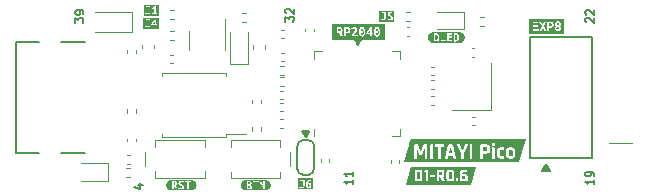
<source format=gbr>
%TF.GenerationSoftware,KiCad,Pcbnew,8.0.4*%
%TF.CreationDate,2024-08-30T00:17:25+05:30*%
%TF.ProjectId,Mitayi-Pico-RP2040,4d697461-7969-42d5-9069-636f2d525032,0.6*%
%TF.SameCoordinates,PX73df160PY5f2d3c0*%
%TF.FileFunction,Legend,Top*%
%TF.FilePolarity,Positive*%
%FSLAX46Y46*%
G04 Gerber Fmt 4.6, Leading zero omitted, Abs format (unit mm)*
G04 Created by KiCad (PCBNEW 8.0.4) date 2024-08-30 00:17:25*
%MOMM*%
%LPD*%
G01*
G04 APERTURE LIST*
%ADD10C,0.150000*%
%ADD11C,0.120000*%
%ADD12C,0.000000*%
G04 APERTURE END LIST*
D10*
X47300000Y15650000D02*
X47300000Y5350000D01*
X42050000Y15650000D02*
X47300000Y15650000D01*
X42050000Y15650000D02*
X42050000Y5350000D01*
X47300000Y5350000D02*
X42050000Y5350000D01*
X3516033Y16833333D02*
X3516033Y17266667D01*
X3516033Y17266667D02*
X3782700Y17033333D01*
X3782700Y17033333D02*
X3782700Y17133333D01*
X3782700Y17133333D02*
X3816033Y17200000D01*
X3816033Y17200000D02*
X3849366Y17233333D01*
X3849366Y17233333D02*
X3916033Y17266667D01*
X3916033Y17266667D02*
X4082700Y17266667D01*
X4082700Y17266667D02*
X4149366Y17233333D01*
X4149366Y17233333D02*
X4182700Y17200000D01*
X4182700Y17200000D02*
X4216033Y17133333D01*
X4216033Y17133333D02*
X4216033Y16933333D01*
X4216033Y16933333D02*
X4182700Y16866667D01*
X4182700Y16866667D02*
X4149366Y16833333D01*
X4216033Y17600000D02*
X4216033Y17733334D01*
X4216033Y17733334D02*
X4182700Y17800000D01*
X4182700Y17800000D02*
X4149366Y17833334D01*
X4149366Y17833334D02*
X4049366Y17900000D01*
X4049366Y17900000D02*
X3916033Y17933334D01*
X3916033Y17933334D02*
X3649366Y17933334D01*
X3649366Y17933334D02*
X3582700Y17900000D01*
X3582700Y17900000D02*
X3549366Y17866667D01*
X3549366Y17866667D02*
X3516033Y17800000D01*
X3516033Y17800000D02*
X3516033Y17666667D01*
X3516033Y17666667D02*
X3549366Y17600000D01*
X3549366Y17600000D02*
X3582700Y17566667D01*
X3582700Y17566667D02*
X3649366Y17533334D01*
X3649366Y17533334D02*
X3816033Y17533334D01*
X3816033Y17533334D02*
X3882700Y17566667D01*
X3882700Y17566667D02*
X3916033Y17600000D01*
X3916033Y17600000D02*
X3949366Y17666667D01*
X3949366Y17666667D02*
X3949366Y17800000D01*
X3949366Y17800000D02*
X3916033Y17866667D01*
X3916033Y17866667D02*
X3882700Y17900000D01*
X3882700Y17900000D02*
X3816033Y17933334D01*
X21316033Y16933333D02*
X21316033Y17366667D01*
X21316033Y17366667D02*
X21582700Y17133333D01*
X21582700Y17133333D02*
X21582700Y17233333D01*
X21582700Y17233333D02*
X21616033Y17300000D01*
X21616033Y17300000D02*
X21649366Y17333333D01*
X21649366Y17333333D02*
X21716033Y17366667D01*
X21716033Y17366667D02*
X21882700Y17366667D01*
X21882700Y17366667D02*
X21949366Y17333333D01*
X21949366Y17333333D02*
X21982700Y17300000D01*
X21982700Y17300000D02*
X22016033Y17233333D01*
X22016033Y17233333D02*
X22016033Y17033333D01*
X22016033Y17033333D02*
X21982700Y16966667D01*
X21982700Y16966667D02*
X21949366Y16933333D01*
X21382700Y17633334D02*
X21349366Y17666667D01*
X21349366Y17666667D02*
X21316033Y17733334D01*
X21316033Y17733334D02*
X21316033Y17900000D01*
X21316033Y17900000D02*
X21349366Y17966667D01*
X21349366Y17966667D02*
X21382700Y18000000D01*
X21382700Y18000000D02*
X21449366Y18033334D01*
X21449366Y18033334D02*
X21516033Y18033334D01*
X21516033Y18033334D02*
X21616033Y18000000D01*
X21616033Y18000000D02*
X22016033Y17600000D01*
X22016033Y17600000D02*
X22016033Y18033334D01*
X43045238Y4340867D02*
X43045238Y4302772D01*
X43083333Y4417058D02*
X43083333Y4302772D01*
X43121428Y4493248D02*
X43121428Y4302772D01*
X43159523Y4569439D02*
X43159523Y4302772D01*
X43197618Y4607534D02*
X43197618Y4302772D01*
X43235714Y4683724D02*
X43235714Y4302772D01*
X43273809Y4759915D02*
X43273809Y4302772D01*
X43311904Y4836105D02*
X43311904Y4302772D01*
X43349999Y4912296D02*
X43349999Y4302772D01*
X43388095Y4836105D02*
X43388095Y4302772D01*
X43426190Y4759915D02*
X43426190Y4302772D01*
X43464285Y4683724D02*
X43464285Y4302772D01*
X43502380Y4607534D02*
X43502380Y4302772D01*
X43540476Y4569439D02*
X43540476Y4302772D01*
X43578571Y4493248D02*
X43578571Y4302772D01*
X43616666Y4417058D02*
X43616666Y4302772D01*
X43654761Y4302772D02*
X43349999Y4874200D01*
X43349999Y4874200D02*
X43045238Y4302772D01*
X43654761Y4340867D02*
X43654761Y4302772D01*
X43349999Y4912296D02*
X43692857Y4302772D01*
X43692857Y4302772D02*
X43007142Y4302772D01*
X43007142Y4302772D02*
X43349999Y4912296D01*
X27016033Y3566667D02*
X27016033Y3166667D01*
X27016033Y3366667D02*
X26316033Y3366667D01*
X26316033Y3366667D02*
X26416033Y3300000D01*
X26416033Y3300000D02*
X26482700Y3233333D01*
X26482700Y3233333D02*
X26516033Y3166667D01*
X27016033Y4233334D02*
X27016033Y3833334D01*
X27016033Y4033334D02*
X26316033Y4033334D01*
X26316033Y4033334D02*
X26416033Y3966667D01*
X26416033Y3966667D02*
X26482700Y3900000D01*
X26482700Y3900000D02*
X26516033Y3833334D01*
X46782700Y16866667D02*
X46749366Y16900000D01*
X46749366Y16900000D02*
X46716033Y16966667D01*
X46716033Y16966667D02*
X46716033Y17133333D01*
X46716033Y17133333D02*
X46749366Y17200000D01*
X46749366Y17200000D02*
X46782700Y17233333D01*
X46782700Y17233333D02*
X46849366Y17266667D01*
X46849366Y17266667D02*
X46916033Y17266667D01*
X46916033Y17266667D02*
X47016033Y17233333D01*
X47016033Y17233333D02*
X47416033Y16833333D01*
X47416033Y16833333D02*
X47416033Y17266667D01*
X46782700Y17533334D02*
X46749366Y17566667D01*
X46749366Y17566667D02*
X46716033Y17633334D01*
X46716033Y17633334D02*
X46716033Y17800000D01*
X46716033Y17800000D02*
X46749366Y17866667D01*
X46749366Y17866667D02*
X46782700Y17900000D01*
X46782700Y17900000D02*
X46849366Y17933334D01*
X46849366Y17933334D02*
X46916033Y17933334D01*
X46916033Y17933334D02*
X47016033Y17900000D01*
X47016033Y17900000D02*
X47416033Y17500000D01*
X47416033Y17500000D02*
X47416033Y17933334D01*
X8799366Y3133334D02*
X9266033Y3133334D01*
X8532700Y2966667D02*
X9032700Y2800001D01*
X9032700Y2800001D02*
X9032700Y3233334D01*
X47416033Y3566667D02*
X47416033Y3166667D01*
X47416033Y3366667D02*
X46716033Y3366667D01*
X46716033Y3366667D02*
X46816033Y3300000D01*
X46816033Y3300000D02*
X46882700Y3233333D01*
X46882700Y3233333D02*
X46916033Y3166667D01*
X47416033Y3900000D02*
X47416033Y4033334D01*
X47416033Y4033334D02*
X47382700Y4100000D01*
X47382700Y4100000D02*
X47349366Y4133334D01*
X47349366Y4133334D02*
X47249366Y4200000D01*
X47249366Y4200000D02*
X47116033Y4233334D01*
X47116033Y4233334D02*
X46849366Y4233334D01*
X46849366Y4233334D02*
X46782700Y4200000D01*
X46782700Y4200000D02*
X46749366Y4166667D01*
X46749366Y4166667D02*
X46716033Y4100000D01*
X46716033Y4100000D02*
X46716033Y3966667D01*
X46716033Y3966667D02*
X46749366Y3900000D01*
X46749366Y3900000D02*
X46782700Y3866667D01*
X46782700Y3866667D02*
X46849366Y3833334D01*
X46849366Y3833334D02*
X47016033Y3833334D01*
X47016033Y3833334D02*
X47082700Y3866667D01*
X47082700Y3866667D02*
X47116033Y3900000D01*
X47116033Y3900000D02*
X47149366Y3966667D01*
X47149366Y3966667D02*
X47149366Y4100000D01*
X47149366Y4100000D02*
X47116033Y4166667D01*
X47116033Y4166667D02*
X47082700Y4200000D01*
X47082700Y4200000D02*
X47016033Y4233334D01*
X23316667Y7633967D02*
X23316667Y7667300D01*
X23283333Y7567300D02*
X23283333Y7667300D01*
X23250000Y7500634D02*
X23250000Y7667300D01*
X23216667Y7433967D02*
X23216667Y7667300D01*
X23183333Y7400634D02*
X23183333Y7667300D01*
X23150000Y7333967D02*
X23150000Y7667300D01*
X23116667Y7267300D02*
X23116667Y7667300D01*
X23083333Y7200634D02*
X23083333Y7667300D01*
X23050000Y7133967D02*
X23050000Y7667300D01*
X23016667Y7200634D02*
X23016667Y7667300D01*
X22983333Y7267300D02*
X22983333Y7667300D01*
X22950000Y7333967D02*
X22950000Y7667300D01*
X22916667Y7400634D02*
X22916667Y7667300D01*
X22883333Y7433967D02*
X22883333Y7667300D01*
X22850000Y7500634D02*
X22850000Y7667300D01*
X22816667Y7567300D02*
X22816667Y7667300D01*
X22783333Y7667300D02*
X23050000Y7167300D01*
X23050000Y7167300D02*
X23316667Y7667300D01*
X22783333Y7633967D02*
X22783333Y7667300D01*
X23050000Y7133967D02*
X22750000Y7667300D01*
X22750000Y7667300D02*
X23350000Y7667300D01*
X23350000Y7667300D02*
X23050000Y7133967D01*
X27754762Y15559134D02*
X27754762Y15597229D01*
X27716666Y15482943D02*
X27716666Y15597229D01*
X27678571Y15406753D02*
X27678571Y15597229D01*
X27640476Y15330562D02*
X27640476Y15597229D01*
X27602381Y15292467D02*
X27602381Y15597229D01*
X27564285Y15216277D02*
X27564285Y15597229D01*
X27526190Y15140086D02*
X27526190Y15597229D01*
X27488095Y15063896D02*
X27488095Y15597229D01*
X27450000Y14987705D02*
X27450000Y15597229D01*
X27411904Y15063896D02*
X27411904Y15597229D01*
X27373809Y15140086D02*
X27373809Y15597229D01*
X27335714Y15216277D02*
X27335714Y15597229D01*
X27297619Y15292467D02*
X27297619Y15597229D01*
X27259523Y15330562D02*
X27259523Y15597229D01*
X27221428Y15406753D02*
X27221428Y15597229D01*
X27183333Y15482943D02*
X27183333Y15597229D01*
X27145238Y15597229D02*
X27450000Y15025800D01*
X27450000Y15025800D02*
X27754762Y15597229D01*
X27145238Y15559134D02*
X27145238Y15597229D01*
X27450000Y14987705D02*
X27107142Y15597229D01*
X27107142Y15597229D02*
X27792857Y15597229D01*
X27792857Y15597229D02*
X27450000Y14987705D01*
D11*
X31542379Y17780000D02*
X31877621Y17780000D01*
X31542379Y17020000D02*
X31877621Y17020000D01*
D12*
G36*
X23318651Y3180692D02*
G01*
X23350599Y3159439D01*
X23373936Y3078874D01*
X23368935Y3039980D01*
X23353377Y3003309D01*
X23326152Y2975528D01*
X23286147Y2964415D01*
X23237807Y2978306D01*
X23207248Y3015532D01*
X23191691Y3068317D01*
X23187246Y3129991D01*
X23187801Y3151105D01*
X23189468Y3171107D01*
X23226139Y3183331D01*
X23269478Y3187776D01*
X23318651Y3180692D01*
G37*
G36*
X23646192Y2730867D02*
G01*
X23507286Y2730867D01*
X23289481Y2730867D01*
X22688294Y2730867D01*
X22492714Y2730867D01*
X22353808Y2730867D01*
X22353808Y2907741D01*
X22492714Y2907741D01*
X22571613Y2864402D01*
X22624120Y2851067D01*
X22688294Y2846622D01*
X22749969Y2851484D01*
X22801642Y2866069D01*
X22844008Y2888989D01*
X22877762Y2918854D01*
X22919990Y2996641D01*
X22929575Y3042480D01*
X22932769Y3091097D01*
X22932769Y3142215D01*
X23052784Y3142215D01*
X23059514Y3049673D01*
X23079701Y2975034D01*
X23113347Y2918298D01*
X23159835Y2878478D01*
X23218546Y2854586D01*
X23289481Y2846622D01*
X23342265Y2852040D01*
X23387271Y2868292D01*
X23455057Y2924410D01*
X23494506Y2999975D01*
X23507286Y3081096D01*
X23495617Y3165551D01*
X23457279Y3235560D01*
X23388937Y3283344D01*
X23342682Y3296679D01*
X23287258Y3301124D01*
X23251698Y3296123D01*
X23210582Y3282232D01*
X23248920Y3354464D01*
X23310594Y3401692D01*
X23388382Y3427806D01*
X23475059Y3436696D01*
X23467281Y3553378D01*
X23378103Y3546710D01*
X23297259Y3526708D01*
X23226139Y3493648D01*
X23166132Y3447809D01*
X23117931Y3389468D01*
X23082232Y3318904D01*
X23060146Y3236393D01*
X23052784Y3142215D01*
X22932769Y3142215D01*
X22932769Y3548933D01*
X22564946Y3548933D01*
X22564946Y3435585D01*
X22794974Y3435585D01*
X22794974Y3098876D01*
X22786779Y3034285D01*
X22762192Y2993863D01*
X22724271Y2972610D01*
X22676071Y2965526D01*
X22606617Y2982195D01*
X22544943Y3016644D01*
X22492714Y2907741D01*
X22353808Y2907741D01*
X22353808Y3669133D01*
X22492714Y3669133D01*
X23507286Y3669133D01*
X23646192Y3669133D01*
X23646192Y2730867D01*
G37*
D11*
X34150000Y16295000D02*
X36435000Y16295000D01*
X36435000Y17765000D02*
X34150000Y17765000D01*
X36435000Y16295000D02*
X36435000Y17765000D01*
X37327836Y8870000D02*
X37112164Y8870000D01*
X37327836Y8150000D02*
X37112164Y8150000D01*
D12*
G36*
X35439969Y5778849D02*
G01*
X35163764Y5778849D01*
X35298134Y6318196D01*
X35305599Y6318196D01*
X35439969Y5778849D01*
G37*
G36*
X38355054Y6313530D02*
G01*
X38379316Y6228616D01*
X38379316Y6071851D01*
X38355054Y5988802D01*
X38271073Y5963608D01*
X38073250Y5963608D01*
X38052722Y5984137D01*
X38052722Y6318196D01*
X38073250Y6338725D01*
X38271073Y6338725D01*
X38355054Y6313530D01*
G37*
G36*
X40518974Y6068118D02*
G01*
X40544168Y5984137D01*
X40544168Y5655677D01*
X40518974Y5571695D01*
X40434059Y5547434D01*
X40338880Y5547434D01*
X40254899Y5571695D01*
X40230638Y5655677D01*
X40230638Y5984137D01*
X40254899Y6068118D01*
X40338880Y6092379D01*
X40434059Y6092379D01*
X40518974Y6068118D01*
G37*
G36*
X41088491Y5032970D02*
G01*
X40777449Y5032970D01*
X40469518Y5032970D01*
X39814463Y5032970D01*
X38995179Y5032970D01*
X38013530Y5032970D01*
X37113997Y5032970D01*
X36382426Y5032970D01*
X35027527Y5032970D01*
X34447123Y5032970D01*
X33784603Y5032970D01*
X33295645Y5032970D01*
X32222551Y5032970D01*
X31911509Y5032970D01*
X31331291Y5032970D01*
X31772846Y6504821D01*
X32222551Y6504821D01*
X32222551Y5383204D01*
X32261742Y5344012D01*
X32414774Y5344012D01*
X32446501Y5352411D01*
X32453966Y5383204D01*
X32453966Y6269673D01*
X32461431Y6269673D01*
X32655521Y5642613D01*
X32702177Y5605288D01*
X32858942Y5605288D01*
X32905599Y5642613D01*
X33095956Y6267807D01*
X33103421Y6267807D01*
X33103421Y5383204D01*
X33142613Y5344012D01*
X33295645Y5344012D01*
X33334837Y5383204D01*
X33334837Y6504821D01*
X33586781Y6504821D01*
X33586781Y5383204D01*
X33625972Y5344012D01*
X33784603Y5344012D01*
X33823795Y5383204D01*
X33823795Y6504821D01*
X33976827Y6504821D01*
X33976827Y6377916D01*
X34016019Y6338725D01*
X34228771Y6338725D01*
X34249300Y6318196D01*
X34249300Y5383204D01*
X34290358Y5344012D01*
X34447123Y5344012D01*
X34486314Y5383204D01*
X34825972Y5383204D01*
X34848367Y5344012D01*
X35027527Y5344012D01*
X35054588Y5352411D01*
X35066719Y5383204D01*
X35118974Y5588491D01*
X35482893Y5588491D01*
X35535148Y5383204D01*
X35546345Y5352411D01*
X35574339Y5344012D01*
X35753499Y5344012D01*
X35775894Y5383204D01*
X35481517Y6502955D01*
X35843079Y6502955D01*
X36184603Y5782582D01*
X36184603Y5383204D01*
X36223795Y5344012D01*
X36382426Y5344012D01*
X36421617Y5383204D01*
X36421617Y5782582D01*
X36763142Y6502955D01*
X36763200Y6504821D01*
X36916174Y6504821D01*
X36916174Y5383204D01*
X36955365Y5344012D01*
X37113997Y5344012D01*
X37153188Y5383204D01*
X37153188Y6504821D01*
X37815708Y6504821D01*
X37815708Y5383204D01*
X37854899Y5344012D01*
X38013530Y5344012D01*
X38052722Y5383204D01*
X38052722Y5735925D01*
X38075117Y5756454D01*
X38310264Y5756454D01*
X38439502Y5776283D01*
X38536081Y5835770D01*
X38596267Y5931649D01*
X38616330Y6060653D01*
X38616330Y6239813D01*
X38613718Y6256610D01*
X38795490Y6256610D01*
X38795490Y5383204D01*
X38834681Y5344012D01*
X38995179Y5344012D01*
X39024106Y5351477D01*
X39032504Y5383204D01*
X39032504Y5991602D01*
X39228460Y5991602D01*
X39228460Y5648212D01*
X39248523Y5518040D01*
X39308709Y5422395D01*
X39405754Y5363608D01*
X39536392Y5344012D01*
X39814463Y5344012D01*
X39845257Y5352411D01*
X39853655Y5381337D01*
X39853655Y5510109D01*
X39814463Y5549300D01*
X39573717Y5549300D01*
X39490669Y5574495D01*
X39465474Y5659409D01*
X39465474Y5980404D01*
X39468797Y5991602D01*
X39995490Y5991602D01*
X39995490Y5648212D01*
X40015552Y5518040D01*
X40075739Y5422395D01*
X40172784Y5363608D01*
X40303421Y5344012D01*
X40469518Y5344012D01*
X40598989Y5363841D01*
X40696267Y5423328D01*
X40757154Y5519207D01*
X40777449Y5648212D01*
X40777449Y5991602D01*
X40757154Y6120607D01*
X40696267Y6216485D01*
X40598989Y6275972D01*
X40469518Y6295801D01*
X40303421Y6295801D01*
X40172784Y6276205D01*
X40075739Y6217418D01*
X40015552Y6121773D01*
X39995490Y5991602D01*
X39468797Y5991602D01*
X39490669Y6065319D01*
X39573717Y6090513D01*
X39814463Y6090513D01*
X39845257Y6098911D01*
X39853655Y6127838D01*
X39853655Y6256610D01*
X39814463Y6295801D01*
X39536392Y6295801D01*
X39405754Y6276205D01*
X39308709Y6217418D01*
X39248523Y6121773D01*
X39228460Y5991602D01*
X39032504Y5991602D01*
X39032504Y6256610D01*
X38995179Y6293935D01*
X38993313Y6295801D01*
X38832815Y6295801D01*
X38795490Y6256610D01*
X38613718Y6256610D01*
X38596267Y6368818D01*
X38536081Y6464697D01*
X38439502Y6524184D01*
X38310264Y6544012D01*
X37854899Y6544012D01*
X37815708Y6504821D01*
X37153188Y6504821D01*
X37113997Y6544012D01*
X36955365Y6544012D01*
X36916174Y6504821D01*
X36763200Y6504821D01*
X36764075Y6532815D01*
X36737014Y6544012D01*
X36539191Y6544012D01*
X36494401Y6504821D01*
X36311509Y6051322D01*
X36298445Y6051322D01*
X36111820Y6504821D01*
X36067030Y6544012D01*
X35869207Y6544012D01*
X35844012Y6531882D01*
X35843079Y6502955D01*
X35481517Y6502955D01*
X35481026Y6504821D01*
X35425039Y6544012D01*
X35176827Y6544012D01*
X35120840Y6504821D01*
X34825972Y5383204D01*
X34486314Y5383204D01*
X34486314Y6318196D01*
X34508709Y6338725D01*
X34721462Y6338725D01*
X34760653Y6377916D01*
X34760653Y6504821D01*
X34721462Y6544012D01*
X34016019Y6544012D01*
X33976827Y6504821D01*
X33823795Y6504821D01*
X33784603Y6544012D01*
X33625972Y6544012D01*
X33586781Y6504821D01*
X33334837Y6504821D01*
X33295645Y6544012D01*
X33019440Y6544012D01*
X32983981Y6517885D01*
X32784292Y5859098D01*
X32773095Y5859098D01*
X32575272Y6517885D01*
X32539813Y6544012D01*
X32261742Y6544012D01*
X32222551Y6504821D01*
X31772846Y6504821D01*
X31806999Y6618663D01*
X38795490Y6618663D01*
X38795490Y6456299D01*
X38832815Y6418974D01*
X38995179Y6418974D01*
X39032504Y6456299D01*
X39032504Y6620529D01*
X38995179Y6655988D01*
X38832815Y6655988D01*
X38795490Y6618663D01*
X31806999Y6618663D01*
X31911509Y6967030D01*
X32222551Y6967030D01*
X40777449Y6967030D01*
X41088491Y6967030D01*
X41668709Y6967030D01*
X41088491Y5032970D01*
G37*
D11*
X24310000Y5297836D02*
X24310000Y5082164D01*
X25030000Y5297836D02*
X25030000Y5082164D01*
D12*
G36*
X18317162Y3036103D02*
G01*
X18348833Y2964427D01*
X18337720Y2914977D01*
X18309383Y2884973D01*
X18269934Y2870527D01*
X18224373Y2866638D01*
X18190479Y2867749D01*
X18158809Y2871083D01*
X18158809Y3057773D01*
X18232151Y3057773D01*
X18317162Y3036103D01*
G37*
G36*
X18257710Y3330584D02*
G01*
X18288825Y3319472D01*
X18309939Y3296136D01*
X18317718Y3256686D01*
X18291048Y3193901D01*
X18212149Y3171120D01*
X18158809Y3171120D01*
X18158809Y3328917D01*
X18188813Y3332251D01*
X18221039Y3333362D01*
X18257710Y3330584D01*
G37*
G36*
X19710967Y3536322D02*
G01*
X19794422Y3511007D01*
X19871334Y3469896D01*
X19938748Y3414571D01*
X19994073Y3347157D01*
X20035184Y3270245D01*
X20060499Y3186790D01*
X20069047Y3100000D01*
X20060499Y3013210D01*
X20035184Y2929755D01*
X19994073Y2852843D01*
X19938748Y2785429D01*
X19871334Y2730104D01*
X19794422Y2688993D01*
X19710967Y2663678D01*
X19624177Y2655130D01*
X19577875Y2655130D01*
X19467861Y2655130D01*
X18864453Y2655130D01*
X18213260Y2655130D01*
X18022125Y2655130D01*
X17975823Y2655130D01*
X17889033Y2663678D01*
X17805578Y2688993D01*
X17728666Y2730104D01*
X17661252Y2785429D01*
X17605927Y2852843D01*
X17564816Y2929755D01*
X17539501Y3013210D01*
X17530953Y3100000D01*
X17539501Y3186790D01*
X17564816Y3270245D01*
X17605927Y3347157D01*
X17661252Y3414571D01*
X17686874Y3435598D01*
X18022125Y3435598D01*
X18022125Y2767736D01*
X18070187Y2758985D01*
X18118804Y2752734D01*
X18166865Y2748984D01*
X18213260Y2747734D01*
X18268128Y2750373D01*
X18319384Y2758291D01*
X18365501Y2772459D01*
X18404951Y2793851D01*
X18462180Y2860526D01*
X18478015Y2907337D01*
X18483294Y2964427D01*
X18477043Y3011100D01*
X18458291Y3055550D01*
X18422036Y3094444D01*
X18363279Y3124447D01*
X18427176Y3184455D01*
X18445095Y3225016D01*
X18451068Y3271133D01*
X18441756Y3331140D01*
X18545524Y3331140D01*
X18726658Y3331140D01*
X18726658Y2756624D01*
X18864453Y2756624D01*
X19124485Y2756624D01*
X19247834Y2756624D01*
X19247834Y3213348D01*
X19289135Y3137103D01*
X19328585Y3060983D01*
X19366182Y2984986D01*
X19401927Y2908988D01*
X19435820Y2832868D01*
X19467861Y2756624D01*
X19577875Y2756624D01*
X19577875Y3444488D01*
X19454526Y3444488D01*
X19454526Y3021101D01*
X19434940Y3064440D01*
X19411743Y3114446D01*
X19385629Y3168620D01*
X19357292Y3224460D01*
X19327427Y3281273D01*
X19296729Y3338363D01*
X19265614Y3393509D01*
X19234499Y3444488D01*
X19124485Y3444488D01*
X19124485Y2756624D01*
X18864453Y2756624D01*
X18864453Y3331140D01*
X19045586Y3331140D01*
X19045586Y3444488D01*
X18545524Y3444488D01*
X18545524Y3331140D01*
X18441756Y3331140D01*
X18441066Y3335585D01*
X18403284Y3393926D01*
X18326608Y3436153D01*
X18270489Y3448238D01*
X18199925Y3452266D01*
X18107691Y3447266D01*
X18022125Y3435598D01*
X17686874Y3435598D01*
X17728666Y3469896D01*
X17805578Y3511007D01*
X17889033Y3536322D01*
X17975823Y3544870D01*
X18022125Y3544870D01*
X19577875Y3544870D01*
X19624177Y3544870D01*
X19710967Y3536322D01*
G37*
D11*
X9200000Y14950580D02*
X9200000Y14669420D01*
X10220000Y14950580D02*
X10220000Y14669420D01*
X30240000Y5187836D02*
X30240000Y4972164D01*
X30960000Y5187836D02*
X30960000Y4972164D01*
X21177836Y16265000D02*
X20962164Y16265000D01*
X21177836Y15545000D02*
X20962164Y15545000D01*
D12*
G36*
X44457745Y16809080D02*
G01*
X44487590Y16742405D01*
X44471080Y16674460D01*
X44415200Y16610325D01*
X44352653Y16640170D01*
X44312330Y16668745D01*
X44283120Y16741135D01*
X44314235Y16808445D01*
X44385990Y16831305D01*
X44457745Y16809080D01*
G37*
G36*
X44415200Y16472530D02*
G01*
X44469175Y16440780D01*
X44499655Y16405855D01*
X44509180Y16361405D01*
X44475525Y16296000D01*
X44384720Y16268695D01*
X44298995Y16294730D01*
X44262800Y16371565D01*
X44281850Y16440780D01*
X44336460Y16506185D01*
X44415200Y16472530D01*
G37*
G36*
X43791789Y16807651D02*
G01*
X43835445Y16786220D01*
X43863544Y16747644D01*
X43872910Y16689065D01*
X43863385Y16627311D01*
X43834810Y16586830D01*
X43787503Y16564446D01*
X43721780Y16556985D01*
X43658280Y16556985D01*
X43658280Y16810985D01*
X43697015Y16814160D01*
X43735750Y16814795D01*
X43791789Y16807651D01*
G37*
G36*
X42243500Y17172512D02*
G01*
X44656500Y17172512D01*
X44921083Y17172512D01*
X44921083Y15927488D01*
X44656500Y15927488D01*
X42243500Y15927488D01*
X41978917Y15927488D01*
X41978917Y16155665D01*
X42243500Y16155665D01*
X42747690Y16155665D01*
X42812460Y16155665D01*
X42981370Y16155665D01*
X43010580Y16224404D01*
X43044870Y16301080D01*
X43081700Y16380296D01*
X43118530Y16456655D01*
X43155836Y16377915D01*
X43191555Y16299175D01*
X43223781Y16223927D01*
X43250610Y16155665D01*
X43419520Y16155665D01*
X43385230Y16238850D01*
X43361894Y16289650D01*
X43335065Y16344260D01*
X43305379Y16401569D01*
X43273470Y16460465D01*
X43240132Y16518885D01*
X43206160Y16574765D01*
X43401265Y16931635D01*
X43502070Y16931635D01*
X43502070Y16155665D01*
X43658280Y16155665D01*
X43658280Y16352515D01*
X44116750Y16352515D01*
X44135800Y16262980D01*
X44189775Y16195670D01*
X44273595Y16153760D01*
X44325189Y16142806D01*
X44382180Y16139155D01*
X44452348Y16144235D01*
X44510450Y16159475D01*
X44594905Y16210910D01*
X44641895Y16281395D01*
X44656500Y16358865D01*
X44649039Y16416015D01*
X44626655Y16468085D01*
X44586174Y16515710D01*
X44524420Y16559525D01*
X44573950Y16599371D01*
X44608240Y16647790D01*
X44628243Y16700971D01*
X44634910Y16755105D01*
X44618241Y16839560D01*
X44568235Y16904965D01*
X44489971Y16946875D01*
X44388530Y16960845D01*
X44323125Y16955448D01*
X44269150Y16939255D01*
X44191680Y16884645D01*
X44149135Y16810350D01*
X44135800Y16730975D01*
X44156120Y16639535D01*
X44185330Y16597625D01*
X44232320Y16558255D01*
X44180568Y16514599D01*
X44144690Y16464910D01*
X44123735Y16410459D01*
X44116750Y16352515D01*
X43658280Y16352515D01*
X43658280Y16421095D01*
X43714160Y16421095D01*
X43808069Y16428080D01*
X43886598Y16449035D01*
X43949745Y16483960D01*
X43995959Y16534548D01*
X44023687Y16602493D01*
X44032930Y16687795D01*
X44023758Y16772250D01*
X43996241Y16839348D01*
X43950380Y16889090D01*
X43887868Y16923309D01*
X43810398Y16943841D01*
X43717970Y16950685D01*
X43668440Y16949415D01*
X43611290Y16946240D01*
X43553505Y16940525D01*
X43502070Y16931635D01*
X43401265Y16931635D01*
X43406820Y16941795D01*
X43249340Y16941795D01*
X43118530Y16690335D01*
X42994070Y16941795D01*
X42825160Y16941795D01*
X43030900Y16570955D01*
X42999785Y16515234D01*
X42967400Y16457290D01*
X42935174Y16399029D01*
X42904535Y16342355D01*
X42875960Y16288380D01*
X42849925Y16238215D01*
X42812460Y16155665D01*
X42747690Y16155665D01*
X42747690Y16285205D01*
X42399710Y16285205D01*
X42399710Y16506185D01*
X42677840Y16506185D01*
X42677840Y16635725D01*
X42399710Y16635725D01*
X42399710Y16812255D01*
X42719750Y16812255D01*
X42719750Y16941795D01*
X42243500Y16941795D01*
X42243500Y16155665D01*
X41978917Y16155665D01*
X41978917Y17172512D01*
X42243500Y17172512D01*
G37*
G36*
X28484885Y15994990D02*
G01*
X28307085Y15994990D01*
X28345185Y16067380D01*
X28390270Y16140405D01*
X28437895Y16209620D01*
X28484885Y16271850D01*
X28484885Y15994990D01*
G37*
G36*
X25910912Y16333128D02*
G01*
X25955045Y16311220D01*
X25983620Y16273755D01*
X25993145Y16219780D01*
X25957585Y16131515D01*
X25910912Y16108179D01*
X25842015Y16100400D01*
X25807725Y16100400D01*
X25807725Y16336620D01*
X25833125Y16339795D01*
X25854715Y16340430D01*
X25910912Y16333128D01*
G37*
G36*
X26576234Y16333286D02*
G01*
X26619890Y16311855D01*
X26647989Y16273279D01*
X26657355Y16214700D01*
X26647830Y16152946D01*
X26619255Y16112465D01*
X26571947Y16090081D01*
X26506225Y16082620D01*
X26442725Y16082620D01*
X26442725Y16336620D01*
X26481460Y16339795D01*
X26520195Y16340430D01*
X26576234Y16333286D01*
G37*
G36*
X27862426Y16334239D02*
G01*
X27903860Y16281375D01*
X27922557Y16227259D01*
X27933776Y16158891D01*
X27937515Y16076270D01*
X27933776Y15992944D01*
X27922557Y15924152D01*
X27903860Y15869895D01*
X27862426Y15817031D01*
X27805435Y15799410D01*
X27749238Y15817031D01*
X27707645Y15869895D01*
X27688595Y15924152D01*
X27677165Y15992944D01*
X27673355Y16076270D01*
X27673941Y16088970D01*
X27735585Y16088970D01*
X27754635Y16029915D01*
X27806705Y16005150D01*
X27856870Y16029915D01*
X27876555Y16088970D01*
X27856870Y16148660D01*
X27806705Y16174060D01*
X27754635Y16148660D01*
X27735585Y16088970D01*
X27673941Y16088970D01*
X27677165Y16158891D01*
X27688595Y16227259D01*
X27707645Y16281375D01*
X27749238Y16334239D01*
X27805435Y16351860D01*
X27862426Y16334239D01*
G37*
G36*
X29132426Y16334239D02*
G01*
X29173860Y16281375D01*
X29192557Y16227259D01*
X29203776Y16158891D01*
X29207515Y16076270D01*
X29203776Y15992944D01*
X29192557Y15924152D01*
X29173860Y15869895D01*
X29132426Y15817031D01*
X29075435Y15799410D01*
X29019238Y15817031D01*
X28977645Y15869895D01*
X28958595Y15924152D01*
X28947165Y15992944D01*
X28943355Y16076270D01*
X28943941Y16088970D01*
X29005585Y16088970D01*
X29024635Y16029915D01*
X29076705Y16005150D01*
X29126870Y16029915D01*
X29146555Y16088970D01*
X29126870Y16148660D01*
X29076705Y16174060D01*
X29024635Y16148660D01*
X29005585Y16088970D01*
X28943941Y16088970D01*
X28947165Y16158891D01*
X28958595Y16227259D01*
X28977645Y16281375D01*
X29019238Y16334239D01*
X29075435Y16351860D01*
X29132426Y16334239D01*
G37*
G36*
X25651515Y16749793D02*
G01*
X29348485Y16749793D01*
X29771818Y16749793D01*
X29771818Y15400207D01*
X29348485Y15400207D01*
X25651515Y15400207D01*
X25228182Y15400207D01*
X25228182Y16456000D01*
X25651515Y16456000D01*
X25651515Y15681300D01*
X25807725Y15681300D01*
X25807725Y15970860D01*
X25889005Y15970860D01*
X25932026Y15898946D01*
X25972190Y15827985D01*
X26008544Y15756071D01*
X26040135Y15681300D01*
X26203965Y15681300D01*
X26167770Y15764485D01*
X26123955Y15852115D01*
X26076965Y15935935D01*
X26031245Y16008960D01*
X26086807Y16044837D01*
X26123955Y16094050D01*
X26144910Y16153105D01*
X26151895Y16218510D01*
X26146656Y16280264D01*
X26130940Y16333445D01*
X26070615Y16414090D01*
X26027435Y16441713D01*
X25986629Y16457270D01*
X26286515Y16457270D01*
X26286515Y15681300D01*
X26442725Y15681300D01*
X26442725Y15946730D01*
X26498605Y15946730D01*
X26592514Y15953715D01*
X26671043Y15974670D01*
X26734190Y16009595D01*
X26780404Y16060183D01*
X26808132Y16128128D01*
X26817375Y16213430D01*
X26808203Y16297885D01*
X26780686Y16364983D01*
X26765854Y16381070D01*
X26907545Y16381070D01*
X26985015Y16271850D01*
X27065025Y16331540D01*
X27142495Y16349320D01*
X27216155Y16323285D01*
X27245365Y16248990D01*
X27221870Y16181680D01*
X27162180Y16113100D01*
X27124715Y16076746D01*
X27084710Y16038805D01*
X27044705Y15998482D01*
X27007240Y15954985D01*
X26974220Y15907836D01*
X26947550Y15856560D01*
X26929929Y15800680D01*
X26924055Y15739720D01*
X26923420Y15713050D01*
X26926595Y15681300D01*
X27439675Y15681300D01*
X27439675Y15810840D01*
X27101855Y15810840D01*
X27115190Y15852750D01*
X27147575Y15897835D01*
X27188215Y15941015D01*
X27226315Y15977210D01*
X27291085Y16040710D01*
X27320718Y16076270D01*
X27532385Y16076270D01*
X27536751Y15978797D01*
X27549848Y15894660D01*
X27571676Y15823857D01*
X27602235Y15766390D01*
X27655857Y15709946D01*
X27723591Y15676079D01*
X27805435Y15664790D01*
X27887279Y15676079D01*
X27955013Y15709946D01*
X28008635Y15766390D01*
X28039194Y15823857D01*
X28061023Y15894660D01*
X28074119Y15978797D01*
X28074219Y15981020D01*
X28157225Y15981020D01*
X28157225Y15866720D01*
X28484885Y15866720D01*
X28484885Y15681300D01*
X28641095Y15681300D01*
X28641095Y15866720D01*
X28726185Y15866720D01*
X28726185Y15994990D01*
X28641095Y15994990D01*
X28641095Y16076270D01*
X28802385Y16076270D01*
X28806751Y15978797D01*
X28819848Y15894660D01*
X28841676Y15823857D01*
X28872235Y15766390D01*
X28925857Y15709946D01*
X28993591Y15676079D01*
X29075435Y15664790D01*
X29157279Y15676079D01*
X29225013Y15709946D01*
X29278635Y15766390D01*
X29309194Y15823857D01*
X29331023Y15894660D01*
X29344119Y15978797D01*
X29348485Y16076270D01*
X29344119Y16173147D01*
X29331023Y16256769D01*
X29309194Y16327135D01*
X29278635Y16384245D01*
X29225013Y16440337D01*
X29157279Y16473992D01*
X29075435Y16485210D01*
X28994861Y16473921D01*
X28927551Y16440054D01*
X28873505Y16383610D01*
X28842390Y16326301D01*
X28820165Y16255975D01*
X28806830Y16172631D01*
X28802385Y16076270D01*
X28641095Y16076270D01*
X28641095Y16467430D01*
X28501395Y16467430D01*
X28450595Y16413296D01*
X28399795Y16352495D01*
X28350265Y16287884D01*
X28303275Y16222320D01*
X28259460Y16157074D01*
X28219455Y16093415D01*
X28184848Y16033884D01*
X28157225Y15981020D01*
X28074219Y15981020D01*
X28078485Y16076270D01*
X28074119Y16173147D01*
X28061023Y16256769D01*
X28039194Y16327135D01*
X28008635Y16384245D01*
X27955013Y16440337D01*
X27887279Y16473992D01*
X27805435Y16485210D01*
X27724861Y16473921D01*
X27657551Y16440054D01*
X27603505Y16383610D01*
X27572390Y16326301D01*
X27550165Y16255975D01*
X27536830Y16172631D01*
X27532385Y16076270D01*
X27320718Y16076270D01*
X27348235Y16109290D01*
X27388875Y16182315D01*
X27404115Y16260420D01*
X27383795Y16358845D01*
X27329185Y16429330D01*
X27250445Y16471240D01*
X27157735Y16485210D01*
X27091536Y16478860D01*
X27025020Y16459810D01*
X26962314Y16427425D01*
X26907545Y16381070D01*
X26765854Y16381070D01*
X26734825Y16414725D01*
X26672313Y16448944D01*
X26594843Y16469476D01*
X26502415Y16476320D01*
X26452885Y16475050D01*
X26395735Y16471875D01*
X26337950Y16466160D01*
X26286515Y16457270D01*
X25986629Y16457270D01*
X25976635Y16461080D01*
X25918850Y16472510D01*
X25854715Y16476320D01*
X25810265Y16475050D01*
X25756925Y16471875D01*
X25701680Y16465525D01*
X25651515Y16456000D01*
X25228182Y16456000D01*
X25228182Y16749793D01*
X25651515Y16749793D01*
G37*
D11*
X8117836Y5600000D02*
X7902164Y5600000D01*
X8117836Y4880000D02*
X7902164Y4880000D01*
X18450000Y8003641D02*
X18450000Y7696359D01*
X19210000Y8003641D02*
X19210000Y7696359D01*
X38123641Y17340000D02*
X37816359Y17340000D01*
X38123641Y16580000D02*
X37816359Y16580000D01*
X33626359Y10600000D02*
X33933641Y10600000D01*
X33626359Y9840000D02*
X33933641Y9840000D01*
D12*
G36*
X10257261Y16737770D02*
G01*
X10101686Y16737770D01*
X10135023Y16801111D01*
X10174473Y16865008D01*
X10216144Y16925571D01*
X10257261Y16980023D01*
X10257261Y16737770D01*
G37*
G36*
X9431602Y17266910D02*
G01*
X10468398Y17266910D01*
X10607304Y17266910D01*
X10607304Y16333090D01*
X10468398Y16333090D01*
X9431602Y16333090D01*
X9292696Y16333090D01*
X9292696Y16509964D01*
X9431602Y16509964D01*
X9510501Y16466625D01*
X9563007Y16453290D01*
X9627182Y16448845D01*
X9688856Y16453707D01*
X9740529Y16468292D01*
X9782896Y16491211D01*
X9816650Y16521076D01*
X9858877Y16598864D01*
X9868462Y16644703D01*
X9871657Y16693320D01*
X9871657Y16725546D01*
X9970558Y16725546D01*
X9970558Y16625534D01*
X10257261Y16625534D01*
X10257261Y16463291D01*
X10393944Y16463291D01*
X10393944Y16625534D01*
X10468398Y16625534D01*
X10468398Y16737770D01*
X10393944Y16737770D01*
X10393944Y17151155D01*
X10271707Y17151155D01*
X10227257Y17103788D01*
X10182807Y17050587D01*
X10139468Y16994052D01*
X10098352Y16936684D01*
X10060014Y16879593D01*
X10025009Y16823892D01*
X9994728Y16771802D01*
X9970558Y16725546D01*
X9871657Y16725546D01*
X9871657Y17151155D01*
X9503833Y17151155D01*
X9503833Y17037808D01*
X9733862Y17037808D01*
X9733862Y16701099D01*
X9725666Y16636507D01*
X9701080Y16596086D01*
X9663159Y16574833D01*
X9614958Y16567749D01*
X9545505Y16584417D01*
X9483831Y16618866D01*
X9431602Y16509964D01*
X9292696Y16509964D01*
X9292696Y17266910D01*
X9431602Y17266910D01*
G37*
D11*
X23010000Y16122164D02*
X23010000Y16337836D01*
X23730000Y16122164D02*
X23730000Y16337836D01*
X23760000Y14430000D02*
X24410000Y14430000D01*
X23760000Y13780000D02*
X23760000Y14430000D01*
X23760000Y7860000D02*
X23760000Y7210000D01*
X30980000Y14430000D02*
X30330000Y14430000D01*
X30980000Y13780000D02*
X30980000Y14430000D01*
X30980000Y7860000D02*
X30980000Y7210000D01*
X30980000Y7210000D02*
X30330000Y7210000D01*
X20896359Y12205000D02*
X21203641Y12205000D01*
X20896359Y11445000D02*
X21203641Y11445000D01*
X33662164Y13110000D02*
X33877836Y13110000D01*
X33662164Y12390000D02*
X33877836Y12390000D01*
X10825000Y12585000D02*
X10825000Y12325000D01*
X10825000Y7135000D02*
X10825000Y7395000D01*
X13550000Y12585000D02*
X10825000Y12585000D01*
X13550000Y12585000D02*
X16275000Y12585000D01*
X13550000Y7135000D02*
X10825000Y7135000D01*
X13550000Y7135000D02*
X16275000Y7135000D01*
X16275000Y12585000D02*
X16275000Y12325000D01*
X16275000Y7395000D02*
X17950000Y7395000D01*
X16275000Y7135000D02*
X16275000Y7395000D01*
X21082836Y11080000D02*
X20867164Y11080000D01*
X21082836Y10360000D02*
X20867164Y10360000D01*
X18450000Y10333641D02*
X18450000Y10026359D01*
X19210000Y10333641D02*
X19210000Y10026359D01*
X21167836Y14290000D02*
X20952164Y14290000D01*
X21167836Y13570000D02*
X20952164Y13570000D01*
X7940000Y6802164D02*
X7940000Y7017836D01*
X8660000Y6802164D02*
X8660000Y7017836D01*
X50630000Y6620000D02*
X48700000Y6620000D01*
X11917621Y17880000D02*
X11582379Y17880000D01*
X11917621Y17120000D02*
X11582379Y17120000D01*
X17656359Y17680000D02*
X17963641Y17680000D01*
X17656359Y16920000D02*
X17963641Y16920000D01*
X33887836Y11990000D02*
X33672164Y11990000D01*
X33887836Y11270000D02*
X33672164Y11270000D01*
X31582164Y16460000D02*
X31797836Y16460000D01*
X31582164Y15740000D02*
X31797836Y15740000D01*
X18570000Y14649420D02*
X18570000Y14930580D01*
X19590000Y14649420D02*
X19590000Y14930580D01*
D10*
X-1470000Y15210000D02*
X-1470000Y5810000D01*
X430000Y15210000D02*
X-1470000Y15210000D01*
X430000Y5810000D02*
X-1470000Y5810000D01*
X4330000Y15210000D02*
X2330000Y15210000D01*
X4330000Y5810000D02*
X2330000Y5810000D01*
X22335000Y4440000D02*
X22335000Y6440000D01*
X22785000Y6890000D02*
X23285000Y6890000D01*
X23285000Y3990000D02*
X22785000Y3990000D01*
X23735000Y6440000D02*
X23735000Y4435000D01*
X22335000Y6440000D02*
G75*
G02*
X22785000Y6890000I450000J0D01*
G01*
X22785000Y3990000D02*
G75*
G02*
X22335000Y4440000I0J450000D01*
G01*
X23285000Y6890000D02*
G75*
G02*
X23735000Y6440000I0J-450000D01*
G01*
X23735000Y4440000D02*
G75*
G02*
X23285000Y3990000I-450000J0D01*
G01*
D11*
X11787836Y14120000D02*
X11572164Y14120000D01*
X11787836Y13400000D02*
X11572164Y13400000D01*
X11582379Y16130000D02*
X11917621Y16130000D01*
X11582379Y15370000D02*
X11917621Y15370000D01*
X7920000Y9503641D02*
X7920000Y9196359D01*
X8680000Y9503641D02*
X8680000Y9196359D01*
X35400000Y9430000D02*
X38700000Y9430000D01*
X38700000Y9430000D02*
X38700000Y13430000D01*
X8133641Y4550000D02*
X7826359Y4550000D01*
X8133641Y3790000D02*
X7826359Y3790000D01*
X8300000Y17750000D02*
X5150000Y17750000D01*
X8300000Y16050000D02*
X5150000Y16050000D01*
X8300000Y16050000D02*
X8300000Y17750000D01*
X4000000Y3465000D02*
X6285000Y3465000D01*
X6285000Y4935000D02*
X4000000Y4935000D01*
X6285000Y3465000D02*
X6285000Y4935000D01*
D12*
G36*
X29397159Y17866910D02*
G01*
X30402841Y17866910D01*
X30541747Y17866910D01*
X30541747Y16933090D01*
X30402841Y16933090D01*
X29397159Y16933090D01*
X29258253Y16933090D01*
X29258253Y17109964D01*
X29397159Y17109964D01*
X29476058Y17066625D01*
X29528565Y17053290D01*
X29592739Y17048845D01*
X29654414Y17053707D01*
X29706087Y17068292D01*
X29735872Y17084405D01*
X29945006Y17084405D01*
X29976676Y17072181D01*
X30022793Y17060513D01*
X30076133Y17052179D01*
X30130584Y17048845D01*
X30194203Y17053012D01*
X30249488Y17065514D01*
X30296438Y17085516D01*
X30335054Y17112186D01*
X30386172Y17182751D01*
X30402841Y17271095D01*
X30395309Y17335548D01*
X30372713Y17389628D01*
X30335054Y17433338D01*
X30282085Y17466428D01*
X30213558Y17488653D01*
X30129473Y17500013D01*
X30135029Y17563354D01*
X30140586Y17637808D01*
X30377282Y17637808D01*
X30377282Y17751155D01*
X30026127Y17751155D01*
X30021960Y17666283D01*
X30016126Y17578356D01*
X30008347Y17487928D01*
X29998346Y17395555D01*
X30074744Y17393194D01*
X30135029Y17386109D01*
X30215595Y17359439D01*
X30253378Y17318323D01*
X30262823Y17265539D01*
X30257267Y17228867D01*
X30236709Y17197197D01*
X30195593Y17174416D01*
X30129473Y17165526D01*
X30077522Y17168027D01*
X30035017Y17175527D01*
X29972787Y17197752D01*
X29945006Y17084405D01*
X29735872Y17084405D01*
X29748453Y17091211D01*
X29782207Y17121076D01*
X29824435Y17198864D01*
X29834020Y17244703D01*
X29837214Y17293320D01*
X29837214Y17751155D01*
X29469391Y17751155D01*
X29469391Y17637808D01*
X29699419Y17637808D01*
X29699419Y17301099D01*
X29691224Y17236507D01*
X29666637Y17196086D01*
X29628716Y17174833D01*
X29580516Y17167749D01*
X29511062Y17184417D01*
X29449388Y17218866D01*
X29397159Y17109964D01*
X29258253Y17109964D01*
X29258253Y17866910D01*
X29397159Y17866910D01*
G37*
D11*
X9450000Y5900000D02*
X9450000Y4700000D01*
X10300000Y6900000D02*
X14500000Y6900000D01*
X10300000Y6350000D02*
X10300000Y6900000D01*
X10300000Y4250000D02*
X10300000Y3700000D01*
X10300000Y3700000D02*
X14500000Y3700000D01*
X14500000Y6900000D02*
X14500000Y6350000D01*
X14500000Y3700000D02*
X14500000Y4250000D01*
X37082164Y14690000D02*
X37297836Y14690000D01*
X37082164Y13970000D02*
X37297836Y13970000D01*
D12*
G36*
X11937430Y3325862D02*
G01*
X11976046Y3306693D01*
X12001049Y3273911D01*
X12009383Y3226683D01*
X11978268Y3149451D01*
X11937430Y3129031D01*
X11877144Y3122225D01*
X11847141Y3122225D01*
X11847141Y3328918D01*
X11869366Y3331696D01*
X11888257Y3332251D01*
X11937430Y3325862D01*
G37*
G36*
X11710457Y3551538D02*
G01*
X13289543Y3551538D01*
X13335845Y3551538D01*
X13423936Y3542862D01*
X13508641Y3517167D01*
X13586706Y3475440D01*
X13655131Y3419286D01*
X13711285Y3350861D01*
X13753012Y3272796D01*
X13778707Y3188091D01*
X13787383Y3100000D01*
X13778707Y3011909D01*
X13753012Y2927204D01*
X13711285Y2849139D01*
X13655131Y2780714D01*
X13586706Y2724560D01*
X13508641Y2682833D01*
X13423936Y2657138D01*
X13335845Y2648462D01*
X13289543Y2648462D01*
X11710457Y2648462D01*
X11664155Y2648462D01*
X11576064Y2657138D01*
X11491359Y2682833D01*
X11413294Y2724560D01*
X11344869Y2780714D01*
X11288715Y2849139D01*
X11246988Y2927204D01*
X11221293Y3011909D01*
X11212617Y3100000D01*
X11221293Y3188091D01*
X11246988Y3272796D01*
X11288715Y3350861D01*
X11344869Y3419286D01*
X11362037Y3433375D01*
X11710457Y3433375D01*
X11710457Y2755512D01*
X11847141Y2755512D01*
X11847141Y3008877D01*
X11918261Y3008877D01*
X11955904Y2945953D01*
X11991048Y2883862D01*
X12022857Y2820937D01*
X12050499Y2755512D01*
X12193851Y2755512D01*
X12177411Y2793295D01*
X12250524Y2793295D01*
X12327201Y2759402D01*
X12386930Y2745650D01*
X12463884Y2741066D01*
X12541857Y2746931D01*
X12605384Y2764526D01*
X12654464Y2793851D01*
X12701553Y2857609D01*
X12717249Y2943314D01*
X12712527Y2995126D01*
X12698358Y3037214D01*
X12650019Y3099444D01*
X12585566Y3139449D01*
X12518336Y3166675D01*
X12475553Y3183344D01*
X12436659Y3203902D01*
X12408322Y3230572D01*
X12397209Y3265576D01*
X12409310Y3309409D01*
X12445610Y3335708D01*
X12506112Y3344475D01*
X12584455Y3333363D01*
X12646129Y3306693D01*
X12686134Y3412261D01*
X12609422Y3443376D01*
X12789481Y3443376D01*
X12789481Y3330029D01*
X12970614Y3330029D01*
X12970614Y2755512D01*
X13108409Y2755512D01*
X13108409Y3330029D01*
X13289543Y3330029D01*
X13289543Y3443376D01*
X12789481Y3443376D01*
X12609422Y3443376D01*
X12606680Y3444488D01*
X12555424Y3455322D01*
X12496111Y3458934D01*
X12428016Y3452884D01*
X12370416Y3434733D01*
X12323311Y3404483D01*
X12276222Y3339474D01*
X12260526Y3253353D01*
X12278306Y3171676D01*
X12323311Y3116669D01*
X12383874Y3079997D01*
X12448327Y3054439D01*
X12494999Y3034992D01*
X12537227Y3011656D01*
X12568342Y2982207D01*
X12580566Y2944425D01*
X12575565Y2911643D01*
X12557229Y2882751D01*
X12521114Y2862748D01*
X12463884Y2855525D01*
X12408461Y2859414D01*
X12362205Y2871082D01*
X12290529Y2904420D01*
X12250524Y2793295D01*
X12177411Y2793295D01*
X12162180Y2828299D01*
X12123842Y2904976D01*
X12082726Y2978318D01*
X12042721Y3042215D01*
X12091338Y3073608D01*
X12123842Y3116669D01*
X12142178Y3168342D01*
X12148289Y3225571D01*
X12143705Y3279606D01*
X12129954Y3326139D01*
X12077169Y3396704D01*
X12039387Y3420873D01*
X11994937Y3437820D01*
X11944375Y3447821D01*
X11888257Y3451155D01*
X11849363Y3450044D01*
X11802691Y3447266D01*
X11754351Y3441709D01*
X11710457Y3433375D01*
X11362037Y3433375D01*
X11413294Y3475440D01*
X11491359Y3517167D01*
X11576064Y3542862D01*
X11664155Y3551538D01*
X11710457Y3551538D01*
G37*
D11*
X21077836Y10080000D02*
X20862164Y10080000D01*
X21077836Y9360000D02*
X20862164Y9360000D01*
X20896359Y13205000D02*
X21203641Y13205000D01*
X20896359Y12445000D02*
X21203641Y12445000D01*
D12*
G36*
X34134898Y15813916D02*
G01*
X34180459Y15762243D01*
X34203796Y15687789D01*
X34210463Y15601111D01*
X34208380Y15552077D01*
X34202129Y15507211D01*
X34174348Y15433312D01*
X34123230Y15384417D01*
X34044887Y15366637D01*
X34032663Y15366637D01*
X34020439Y15367749D01*
X34020439Y15830029D01*
X34040442Y15832807D01*
X34060444Y15833363D01*
X34134898Y15813916D01*
G37*
G36*
X35801773Y15813916D02*
G01*
X35847334Y15762243D01*
X35870671Y15687789D01*
X35877338Y15601111D01*
X35875255Y15552077D01*
X35869004Y15507211D01*
X35841223Y15433312D01*
X35790105Y15384417D01*
X35711762Y15366637D01*
X35699538Y15366637D01*
X35687314Y15367749D01*
X35687314Y15830029D01*
X35707317Y15832807D01*
X35727319Y15833363D01*
X35801773Y15813916D01*
G37*
G36*
X33883756Y16044870D02*
G01*
X36016244Y16044870D01*
X36062546Y16044870D01*
X36149336Y16036322D01*
X36232791Y16011007D01*
X36309703Y15969896D01*
X36377117Y15914571D01*
X36432443Y15847157D01*
X36473553Y15770245D01*
X36498869Y15686790D01*
X36507417Y15600000D01*
X36498869Y15513210D01*
X36473553Y15429755D01*
X36432443Y15352843D01*
X36377117Y15285429D01*
X36309703Y15230104D01*
X36232791Y15188993D01*
X36149336Y15163678D01*
X36062546Y15155130D01*
X36016244Y15155130D01*
X33883756Y15155130D01*
X33837454Y15155130D01*
X33750664Y15163678D01*
X33667209Y15188993D01*
X33590297Y15230104D01*
X33522883Y15285429D01*
X33467557Y15352843D01*
X33426447Y15429755D01*
X33401131Y15513210D01*
X33392583Y15600000D01*
X33401131Y15686790D01*
X33426447Y15770245D01*
X33467557Y15847157D01*
X33522883Y15914571D01*
X33548505Y15935598D01*
X33883756Y15935598D01*
X33883756Y15264402D01*
X33958765Y15251623D01*
X34030441Y15247734D01*
X34097532Y15252595D01*
X34114453Y15256624D01*
X34458272Y15256624D01*
X34890548Y15256624D01*
X35005007Y15256624D01*
X35446173Y15256624D01*
X35446173Y15369971D01*
X35141691Y15369971D01*
X35141691Y15563329D01*
X35385054Y15563329D01*
X35385054Y15676676D01*
X35141691Y15676676D01*
X35141691Y15831140D01*
X35421726Y15831140D01*
X35421726Y15935598D01*
X35550631Y15935598D01*
X35550631Y15264402D01*
X35625640Y15251623D01*
X35697316Y15247734D01*
X35764407Y15252595D01*
X35825665Y15267181D01*
X35879977Y15292323D01*
X35926233Y15328855D01*
X35963877Y15377333D01*
X35992353Y15438313D01*
X36010271Y15512628D01*
X36016244Y15601111D01*
X36010827Y15687650D01*
X35994575Y15760576D01*
X35968600Y15820861D01*
X35934012Y15869478D01*
X35890812Y15906566D01*
X35839000Y15932264D01*
X35779965Y15947266D01*
X35715096Y15952266D01*
X35638419Y15948933D01*
X35550631Y15935598D01*
X35421726Y15935598D01*
X35421726Y15944488D01*
X35005007Y15944488D01*
X35005007Y15256624D01*
X34890548Y15256624D01*
X34890548Y15369971D01*
X34596067Y15369971D01*
X34596067Y15944488D01*
X34458272Y15944488D01*
X34458272Y15256624D01*
X34114453Y15256624D01*
X34158790Y15267181D01*
X34213102Y15292323D01*
X34259358Y15328855D01*
X34297002Y15377333D01*
X34325478Y15438313D01*
X34343396Y15512628D01*
X34349369Y15601111D01*
X34343952Y15687650D01*
X34327700Y15760576D01*
X34301725Y15820861D01*
X34267137Y15869478D01*
X34223937Y15906566D01*
X34172125Y15932264D01*
X34113090Y15947266D01*
X34048221Y15952266D01*
X33971544Y15948933D01*
X33883756Y15935598D01*
X33548505Y15935598D01*
X33590297Y15969896D01*
X33667209Y16011007D01*
X33750664Y16036322D01*
X33837454Y16044870D01*
X33883756Y16044870D01*
G37*
G36*
X32699067Y4207932D02*
G01*
X32720062Y4137170D01*
X32720062Y3662830D01*
X32699067Y3592068D01*
X32628305Y3571073D01*
X32458787Y3571073D01*
X32441680Y3588180D01*
X32441680Y4211820D01*
X32458787Y4228927D01*
X32628305Y4228927D01*
X32699067Y4207932D01*
G37*
G36*
X34548989Y4207154D02*
G01*
X34572317Y4137170D01*
X34572317Y4015863D01*
X34548989Y3948212D01*
X34475894Y3927216D01*
X34323484Y3927216D01*
X34306376Y3944323D01*
X34306376Y4211820D01*
X34323484Y4228927D01*
X34475894Y4228927D01*
X34548989Y4207154D01*
G37*
G36*
X36537325Y3840902D02*
G01*
X36558320Y3770140D01*
X36558320Y3662830D01*
X36537325Y3592068D01*
X36466563Y3571073D01*
X36377916Y3571073D01*
X36307932Y3592068D01*
X36287714Y3662830D01*
X36287714Y3861897D01*
X36466563Y3861897D01*
X36537325Y3840902D01*
G37*
G36*
X35391913Y4207932D02*
G01*
X35412131Y4137170D01*
X35412131Y3662830D01*
X35391913Y3592068D01*
X35321928Y3571073D01*
X35230171Y3571073D01*
X35160187Y3592068D01*
X35139969Y3662830D01*
X35139969Y4137170D01*
X35160187Y4207932D01*
X35230171Y4228927D01*
X35321928Y4228927D01*
X35391913Y4207932D01*
G37*
G36*
X37015034Y3140798D02*
G01*
X36755832Y3140798D01*
X36499222Y3140798D01*
X35920684Y3140798D01*
X35353033Y3140798D01*
X34273717Y3140798D01*
X33912908Y3140798D01*
X33390358Y3140798D01*
X32660964Y3140798D01*
X32244168Y3140798D01*
X31984966Y3140798D01*
X31529445Y3140798D01*
X31897408Y4367341D01*
X32244168Y4367341D01*
X32244168Y3432659D01*
X32276827Y3400000D01*
X32660964Y3400000D01*
X32768857Y3416524D01*
X32849922Y3466096D01*
X32900661Y3545995D01*
X32917574Y3653499D01*
X32917574Y4146501D01*
X32901426Y4249145D01*
X33038880Y4249145D01*
X33038880Y4121617D01*
X33071540Y4102955D01*
X33223950Y4190047D01*
X33223950Y3432659D01*
X33256610Y3400000D01*
X33390358Y3400000D01*
X33414463Y3406998D01*
X33421462Y3432659D01*
X33421462Y3941213D01*
X33584759Y3941213D01*
X33584759Y3849456D01*
X33617418Y3816796D01*
X33912908Y3816796D01*
X33945568Y3849456D01*
X33945568Y3941213D01*
X33912908Y3975428D01*
X33617418Y3975428D01*
X33584759Y3941213D01*
X33421462Y3941213D01*
X33421462Y4367341D01*
X34108865Y4367341D01*
X34108865Y3432659D01*
X34141524Y3400000D01*
X34273717Y3400000D01*
X34306376Y3432659D01*
X34306376Y3751477D01*
X34325039Y3768585D01*
X34429238Y3768585D01*
X34584759Y3432659D01*
X34604977Y3406221D01*
X34645412Y3400000D01*
X34771384Y3400000D01*
X34797823Y3437325D01*
X34631415Y3784137D01*
X34631415Y3790358D01*
X34708312Y3841852D01*
X34754450Y3919613D01*
X34769829Y4023639D01*
X34769829Y4144946D01*
X34769582Y4146501D01*
X34940902Y4146501D01*
X34940902Y3653499D01*
X34957621Y3545023D01*
X35007776Y3465319D01*
X35088647Y3416330D01*
X35197512Y3400000D01*
X35353033Y3400000D01*
X35460731Y3416524D01*
X35541213Y3466096D01*
X35591369Y3545995D01*
X35603250Y3622395D01*
X35751166Y3622395D01*
X35751166Y3432659D01*
X35782271Y3400000D01*
X35920684Y3400000D01*
X35950233Y3432659D01*
X35950233Y3623950D01*
X35920684Y3653499D01*
X35782271Y3653499D01*
X35751166Y3622395D01*
X35603250Y3622395D01*
X35608087Y3653499D01*
X35608087Y4146501D01*
X36090202Y4146501D01*
X36090202Y3653499D01*
X36106921Y3545023D01*
X36157076Y3465319D01*
X36237947Y3416330D01*
X36346812Y3400000D01*
X36499222Y3400000D01*
X36608087Y3416330D01*
X36688958Y3465319D01*
X36739114Y3545023D01*
X36755832Y3653499D01*
X36755832Y3779471D01*
X36739114Y3887947D01*
X36688958Y3967652D01*
X36608087Y4016641D01*
X36499222Y4032970D01*
X36287714Y4032970D01*
X36287714Y4137170D01*
X36308709Y4207932D01*
X36377916Y4228927D01*
X36664075Y4228927D01*
X36696734Y4260031D01*
X36696734Y4367341D01*
X36664075Y4400000D01*
X36346812Y4400000D01*
X36237947Y4383670D01*
X36157076Y4334681D01*
X36106921Y4254977D01*
X36090202Y4146501D01*
X35608087Y4146501D01*
X35591369Y4254005D01*
X35541213Y4333904D01*
X35460731Y4383476D01*
X35353033Y4400000D01*
X35197512Y4400000D01*
X35088647Y4383670D01*
X35007776Y4334681D01*
X34957621Y4254977D01*
X34940902Y4146501D01*
X34769582Y4146501D01*
X34752722Y4252644D01*
X34701400Y4333126D01*
X34619751Y4383281D01*
X34511664Y4400000D01*
X34141524Y4400000D01*
X34108865Y4367341D01*
X33421462Y4367341D01*
X33388802Y4400000D01*
X33264386Y4400000D01*
X33203733Y4378227D01*
X33062208Y4289580D01*
X33038880Y4249145D01*
X32901426Y4249145D01*
X32900661Y4254005D01*
X32849922Y4333904D01*
X32768857Y4383476D01*
X32660964Y4400000D01*
X32276827Y4400000D01*
X32244168Y4367341D01*
X31897408Y4367341D01*
X31984966Y4659202D01*
X32244168Y4659202D01*
X36755832Y4659202D01*
X37015034Y4659202D01*
X37470555Y4659202D01*
X37015034Y3140798D01*
G37*
D11*
X16615000Y16035000D02*
X16615000Y13325000D01*
X16615000Y13325000D02*
X18185000Y13325000D01*
X18185000Y13325000D02*
X18185000Y16035000D01*
X7920000Y14246359D02*
X7920000Y14553641D01*
X8680000Y14246359D02*
X8680000Y14553641D01*
X13110000Y15350000D02*
X13110000Y16150000D01*
X13110000Y15350000D02*
X13110000Y14550000D01*
X16230000Y15350000D02*
X16230000Y17150000D01*
X16230000Y15350000D02*
X16230000Y14550000D01*
X20816359Y8710000D02*
X21123641Y8710000D01*
X20816359Y7950000D02*
X21123641Y7950000D01*
X16665000Y6885000D02*
X16665000Y6335000D01*
X16665000Y3685000D02*
X16665000Y4235000D01*
X20865000Y6885000D02*
X16665000Y6885000D01*
X20865000Y6335000D02*
X20865000Y6885000D01*
X20865000Y4235000D02*
X20865000Y3685000D01*
X20865000Y3685000D02*
X16665000Y3685000D01*
X21715000Y4685000D02*
X21715000Y5885000D01*
D12*
G36*
X9440492Y18366910D02*
G01*
X10459508Y18366910D01*
X10598414Y18366910D01*
X10598414Y17433090D01*
X10459508Y17433090D01*
X9440492Y17433090D01*
X9301586Y17433090D01*
X9301586Y17609964D01*
X9440492Y17609964D01*
X9519391Y17566625D01*
X9571897Y17553290D01*
X9636072Y17548845D01*
X9697746Y17553707D01*
X9749419Y17568292D01*
X9791786Y17591211D01*
X9825540Y17621076D01*
X9867767Y17698864D01*
X9877352Y17744703D01*
X9880547Y17793320D01*
X9880547Y18107804D01*
X10002784Y18107804D01*
X10047234Y17994456D01*
X10115021Y18021682D01*
X10186141Y18061131D01*
X10186141Y17676639D01*
X10041678Y17676639D01*
X10041678Y17563291D01*
X10459508Y17563291D01*
X10459508Y17676639D01*
X10322824Y17676639D01*
X10322824Y18251155D01*
X10229479Y18251155D01*
X10181696Y18207816D01*
X10122799Y18167811D01*
X10060569Y18133363D01*
X10002784Y18107804D01*
X9880547Y18107804D01*
X9880547Y18251155D01*
X9512723Y18251155D01*
X9512723Y18137808D01*
X9742752Y18137808D01*
X9742752Y17801099D01*
X9734556Y17736507D01*
X9709970Y17696086D01*
X9672049Y17674833D01*
X9623848Y17667749D01*
X9554395Y17684417D01*
X9492721Y17718866D01*
X9440492Y17609964D01*
X9301586Y17609964D01*
X9301586Y18366910D01*
X9440492Y18366910D01*
G37*
M02*

</source>
